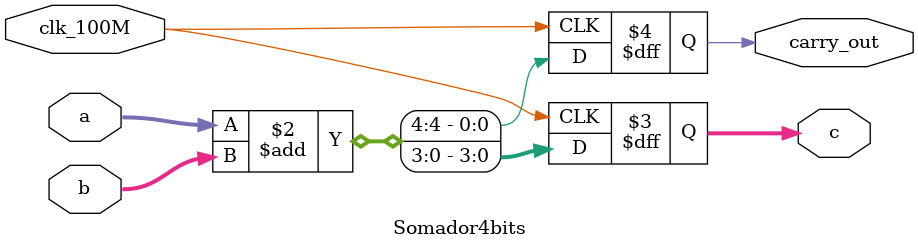
<source format=v>
module Somador4bits (
	input clk_100M,
	input [3:0] a,
	input [3:0] b,
	output reg [3:0] c,
	output reg carry_out
);

always @(posedge clk_100M)
begin
	{carry_out, c} <= a + b;
end

endmodule


</source>
